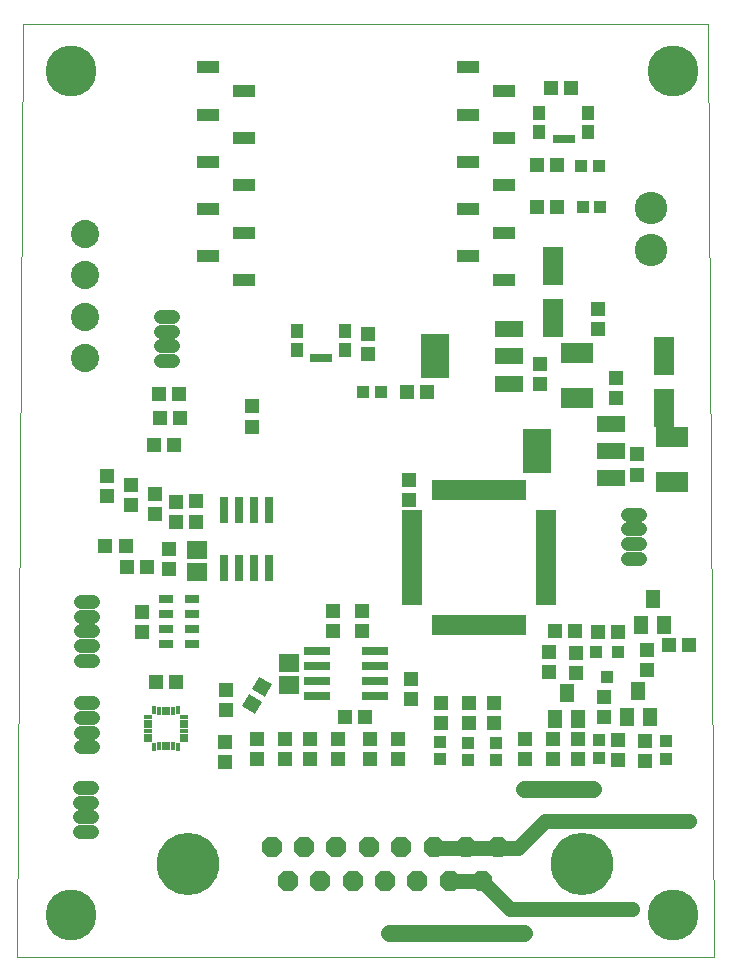
<source format=gts>
G75*
%MOIN*%
%OFA0B0*%
%FSLAX25Y25*%
%IPPOS*%
%LPD*%
%AMOC8*
5,1,8,0,0,1.08239X$1,22.5*
%
%ADD10C,0.00000*%
%ADD11C,0.05000*%
%ADD12C,0.05500*%
%ADD13R,0.04737X0.05131*%
%ADD14R,0.05131X0.04737*%
%ADD15R,0.07099X0.12611*%
%ADD16R,0.09600X0.05600*%
%ADD17R,0.09461X0.14973*%
%ADD18R,0.03950X0.03950*%
%ADD19R,0.04343X0.04737*%
%ADD20R,0.07493X0.02965*%
%ADD21R,0.07493X0.04146*%
%ADD22R,0.05131X0.03162*%
%ADD23C,0.10800*%
%ADD24R,0.03000X0.08600*%
%ADD25R,0.08600X0.03000*%
%ADD26R,0.06706X0.01981*%
%ADD27R,0.01981X0.06706*%
%ADD28R,0.01780X0.00414*%
%ADD29R,0.00414X0.01790*%
%ADD30R,0.01796X0.00398*%
%ADD31R,0.00404X0.01778*%
%ADD32R,0.00413X0.01781*%
%ADD33R,0.01799X0.00425*%
%ADD34R,0.00409X0.01784*%
%ADD35R,0.01778X0.00402*%
%ADD36R,0.01784X0.02749*%
%ADD37R,0.01745X0.03162*%
%ADD38R,0.02749X0.01784*%
%ADD39R,0.03162X0.01745*%
%ADD40C,0.04769*%
%ADD41OC8,0.06800*%
%ADD42C,0.20800*%
%ADD43R,0.06706X0.05918*%
%ADD44R,0.10800X0.06800*%
%ADD45C,0.09400*%
%ADD46R,0.04737X0.06312*%
%ADD47R,0.03950X0.04343*%
%ADD48R,0.04934X0.05052*%
%ADD49R,0.05052X0.04934*%
%ADD50C,0.17005*%
D10*
X0005969Y0001000D02*
X0007937Y0312024D01*
X0236283Y0312024D01*
X0238252Y0001000D01*
X0005969Y0001000D01*
D11*
X0144185Y0037311D02*
X0172685Y0037311D01*
X0181685Y0046311D01*
X0229685Y0046311D01*
X0210685Y0016811D02*
X0170185Y0016811D01*
X0160685Y0026311D01*
X0149685Y0026311D01*
D12*
X0129685Y0008811D02*
X0174685Y0008811D01*
X0174685Y0056811D02*
X0197935Y0056811D01*
D13*
X0223165Y0105039D03*
X0229858Y0105039D03*
X0206311Y0109138D03*
X0199618Y0109138D03*
X0191752Y0109626D03*
X0185059Y0109626D03*
X0212500Y0161717D03*
X0212500Y0168409D03*
X0205500Y0187217D03*
X0205500Y0193909D03*
X0199500Y0210280D03*
X0199500Y0216972D03*
X0180000Y0198472D03*
X0180000Y0191780D03*
X0142606Y0189311D03*
X0135913Y0189311D03*
X0122870Y0201902D03*
X0122870Y0208594D03*
X0136622Y0159909D03*
X0136622Y0153217D03*
X0111252Y0116157D03*
X0111252Y0109465D03*
G36*
X0084031Y0090230D02*
X0086399Y0094331D01*
X0090841Y0091766D01*
X0088473Y0087665D01*
X0084031Y0090230D01*
G37*
G36*
X0080685Y0084434D02*
X0083053Y0088535D01*
X0087495Y0085970D01*
X0085127Y0081869D01*
X0080685Y0084434D01*
G37*
X0075598Y0083224D03*
X0075598Y0089917D03*
X0075232Y0072563D03*
X0075232Y0065870D03*
X0103374Y0066965D03*
X0103374Y0073657D03*
X0132874Y0073657D03*
X0132874Y0066965D03*
X0137000Y0086965D03*
X0137000Y0093657D03*
X0058031Y0171561D03*
X0051339Y0171561D03*
X0056539Y0136807D03*
X0056539Y0130114D03*
X0049031Y0130811D03*
X0042339Y0130811D03*
X0047555Y0116000D03*
X0047555Y0109307D03*
X0179000Y0250882D03*
X0185693Y0250882D03*
X0185693Y0264819D03*
X0179000Y0264819D03*
D14*
X0183669Y0290598D03*
X0190362Y0290598D03*
X0084075Y0184413D03*
X0084075Y0177720D03*
X0060067Y0180508D03*
X0053374Y0180508D03*
X0053248Y0188441D03*
X0059941Y0188441D03*
X0043685Y0158157D03*
X0043685Y0151465D03*
X0035685Y0154465D03*
X0035685Y0161157D03*
X0051685Y0155157D03*
X0051685Y0148465D03*
X0058935Y0145965D03*
X0058935Y0152657D03*
X0058941Y0092650D03*
X0052248Y0092650D03*
X0085685Y0073657D03*
X0085685Y0066965D03*
X0095185Y0066965D03*
X0095185Y0073657D03*
X0112874Y0073657D03*
X0112874Y0066965D03*
X0123374Y0066965D03*
X0123374Y0073657D03*
X0121720Y0080811D03*
X0115028Y0080811D03*
X0120937Y0109465D03*
X0120937Y0116157D03*
X0147169Y0085524D03*
X0147169Y0078831D03*
X0156571Y0078949D03*
X0156571Y0085642D03*
X0164756Y0085457D03*
X0164756Y0078764D03*
X0175228Y0073587D03*
X0175228Y0066894D03*
X0184602Y0067020D03*
X0184602Y0073713D03*
X0192913Y0073713D03*
X0192913Y0067020D03*
X0201508Y0080827D03*
X0201508Y0087520D03*
X0192268Y0095665D03*
X0192268Y0102358D03*
X0183185Y0102657D03*
X0183185Y0095965D03*
X0206252Y0073260D03*
X0206252Y0066567D03*
X0215217Y0066346D03*
X0215217Y0073039D03*
X0215665Y0096665D03*
X0215665Y0103358D03*
D15*
X0221500Y0183902D03*
X0221500Y0201224D03*
X0184500Y0213965D03*
X0184500Y0231287D03*
D16*
X0169700Y0210226D03*
X0169700Y0201126D03*
X0169700Y0192026D03*
X0203700Y0178663D03*
X0203700Y0169563D03*
X0203700Y0160463D03*
D17*
X0179299Y0169563D03*
X0145299Y0201126D03*
D18*
X0127213Y0189311D03*
X0121307Y0189311D03*
X0194394Y0250882D03*
X0200299Y0250882D03*
X0199850Y0264642D03*
X0193945Y0264642D03*
X0199685Y0073264D03*
X0199685Y0067358D03*
X0222185Y0066858D03*
X0222185Y0072764D03*
X0165327Y0072335D03*
X0165327Y0066429D03*
X0156138Y0066429D03*
X0156138Y0072335D03*
X0146953Y0072650D03*
X0146953Y0066744D03*
D19*
X0115315Y0203165D03*
X0115315Y0209465D03*
X0099173Y0209465D03*
X0099173Y0203165D03*
X0179945Y0275949D03*
X0179945Y0282248D03*
X0196087Y0282248D03*
X0196087Y0275949D03*
D20*
X0188016Y0273488D03*
X0107244Y0200705D03*
D21*
X0081406Y0226563D03*
X0069594Y0234437D03*
X0081406Y0242311D03*
X0069594Y0250185D03*
X0081406Y0258059D03*
X0069594Y0265933D03*
X0081406Y0273807D03*
X0069594Y0281681D03*
X0081406Y0289555D03*
X0069594Y0297429D03*
X0156209Y0297429D03*
X0168020Y0289555D03*
X0156209Y0281681D03*
X0168020Y0273807D03*
X0156209Y0265933D03*
X0156209Y0250185D03*
X0168020Y0242311D03*
X0156209Y0234437D03*
X0168020Y0226563D03*
X0168020Y0258059D03*
D22*
X0064205Y0120075D03*
X0064205Y0115154D03*
X0064205Y0110232D03*
X0064205Y0105311D03*
X0055543Y0105311D03*
X0055543Y0110232D03*
X0055543Y0115154D03*
X0055543Y0120075D03*
D23*
X0217311Y0236673D03*
X0217311Y0250453D03*
D24*
X0089756Y0149897D03*
X0084756Y0149897D03*
X0079756Y0149897D03*
X0074756Y0149897D03*
X0074756Y0130497D03*
X0079756Y0130497D03*
X0084756Y0130497D03*
X0089756Y0130497D03*
D25*
X0105800Y0102811D03*
X0105800Y0097811D03*
X0105800Y0092811D03*
X0105800Y0087811D03*
X0125200Y0087811D03*
X0125200Y0092811D03*
X0125200Y0097811D03*
X0125200Y0102811D03*
D26*
X0137335Y0119232D03*
X0137335Y0121201D03*
X0137335Y0123169D03*
X0137335Y0125138D03*
X0137335Y0127106D03*
X0137335Y0129075D03*
X0137335Y0131043D03*
X0137335Y0133012D03*
X0137335Y0134980D03*
X0137335Y0136949D03*
X0137335Y0138917D03*
X0137335Y0140886D03*
X0137335Y0142854D03*
X0137335Y0144823D03*
X0137335Y0146791D03*
X0137335Y0148760D03*
X0182217Y0148760D03*
X0182217Y0146791D03*
X0182217Y0144823D03*
X0182217Y0142854D03*
X0182217Y0140886D03*
X0182217Y0138917D03*
X0182217Y0136949D03*
X0182217Y0134980D03*
X0182217Y0133012D03*
X0182217Y0131043D03*
X0182217Y0129075D03*
X0182217Y0127106D03*
X0182217Y0125138D03*
X0182217Y0123169D03*
X0182217Y0121201D03*
X0182217Y0119232D03*
D27*
X0174539Y0111555D03*
X0172571Y0111555D03*
X0170602Y0111555D03*
X0168634Y0111555D03*
X0166665Y0111555D03*
X0164697Y0111555D03*
X0162728Y0111555D03*
X0160760Y0111555D03*
X0158791Y0111555D03*
X0156823Y0111555D03*
X0154854Y0111555D03*
X0152886Y0111555D03*
X0150917Y0111555D03*
X0148949Y0111555D03*
X0146980Y0111555D03*
X0145012Y0111555D03*
X0145012Y0156437D03*
X0146980Y0156437D03*
X0148949Y0156437D03*
X0150917Y0156437D03*
X0152886Y0156437D03*
X0154854Y0156437D03*
X0156823Y0156437D03*
X0158791Y0156437D03*
X0160760Y0156437D03*
X0162728Y0156437D03*
X0164697Y0156437D03*
X0166665Y0156437D03*
X0168634Y0156437D03*
X0170602Y0156437D03*
X0172571Y0156437D03*
X0174539Y0156437D03*
D28*
X0051599Y0072474D03*
D29*
X0060070Y0073070D03*
D30*
X0059477Y0081545D03*
D31*
X0051001Y0080946D03*
D32*
X0051002Y0073071D03*
D33*
X0059478Y0072469D03*
D34*
X0060067Y0080943D03*
D35*
X0051598Y0081543D03*
D36*
X0051598Y0083120D03*
X0059472Y0083120D03*
X0059472Y0070896D03*
X0051598Y0070896D03*
D37*
X0053173Y0071102D03*
X0054748Y0071102D03*
X0056323Y0071102D03*
X0057898Y0071102D03*
X0057898Y0082913D03*
X0056323Y0082913D03*
X0054748Y0082913D03*
X0053173Y0082913D03*
D38*
X0049423Y0080945D03*
X0049423Y0073071D03*
X0061648Y0073071D03*
X0061648Y0080945D03*
D39*
X0061441Y0079370D03*
X0061441Y0077795D03*
X0061441Y0076220D03*
X0061441Y0074646D03*
X0049630Y0074646D03*
X0049630Y0076220D03*
X0049630Y0077795D03*
X0049630Y0079370D03*
D40*
X0031047Y0080618D02*
X0027079Y0080618D01*
X0027079Y0075697D02*
X0031047Y0075697D01*
X0031047Y0070776D02*
X0027079Y0070776D01*
X0026984Y0057307D02*
X0030953Y0057307D01*
X0030953Y0052386D02*
X0026984Y0052386D01*
X0026984Y0047465D02*
X0030953Y0047465D01*
X0030953Y0042543D02*
X0026984Y0042543D01*
X0027079Y0085539D02*
X0031047Y0085539D01*
X0031154Y0099598D02*
X0027185Y0099598D01*
X0027185Y0104520D02*
X0031154Y0104520D01*
X0031154Y0109441D02*
X0027185Y0109441D01*
X0027185Y0114362D02*
X0031154Y0114362D01*
X0031154Y0119283D02*
X0027185Y0119283D01*
X0053886Y0199500D02*
X0057854Y0199500D01*
X0057854Y0204421D02*
X0053886Y0204421D01*
X0053886Y0209343D02*
X0057854Y0209343D01*
X0057854Y0214264D02*
X0053886Y0214264D01*
X0209650Y0148323D02*
X0213618Y0148323D01*
X0213618Y0143402D02*
X0209650Y0143402D01*
X0209650Y0138480D02*
X0213618Y0138480D01*
X0213618Y0133559D02*
X0209650Y0133559D01*
D41*
X0166300Y0037411D03*
X0160900Y0026211D03*
X0155500Y0037411D03*
X0144700Y0037411D03*
X0133900Y0037411D03*
X0128500Y0026211D03*
X0139300Y0026211D03*
X0150100Y0026211D03*
X0123100Y0037411D03*
X0112300Y0037411D03*
X0101500Y0037411D03*
X0096100Y0026211D03*
X0090700Y0037411D03*
X0106900Y0026211D03*
X0117700Y0026211D03*
D42*
X0062900Y0031811D03*
X0194100Y0031811D03*
D43*
X0096500Y0091571D03*
X0096500Y0099051D03*
X0065685Y0129071D03*
X0065685Y0136551D03*
D44*
X0192500Y0187063D03*
X0192500Y0202063D03*
X0224000Y0174063D03*
X0224000Y0159063D03*
D45*
X0028622Y0200512D03*
X0028622Y0214291D03*
X0028622Y0228071D03*
X0028622Y0241850D03*
D46*
X0185299Y0080346D03*
X0189039Y0089008D03*
X0192780Y0080346D03*
X0209228Y0080823D03*
X0216709Y0080823D03*
X0212969Y0089484D03*
X0213945Y0111480D03*
X0221425Y0111480D03*
X0217685Y0120142D03*
D47*
X0206280Y0102425D03*
X0198799Y0102425D03*
X0202539Y0094157D03*
D48*
X0042130Y0137811D03*
X0035240Y0137811D03*
D49*
X0065435Y0145866D03*
X0065435Y0152756D03*
D50*
X0023685Y0014780D03*
X0224472Y0014780D03*
X0224472Y0296276D03*
X0023685Y0296276D03*
M02*

</source>
